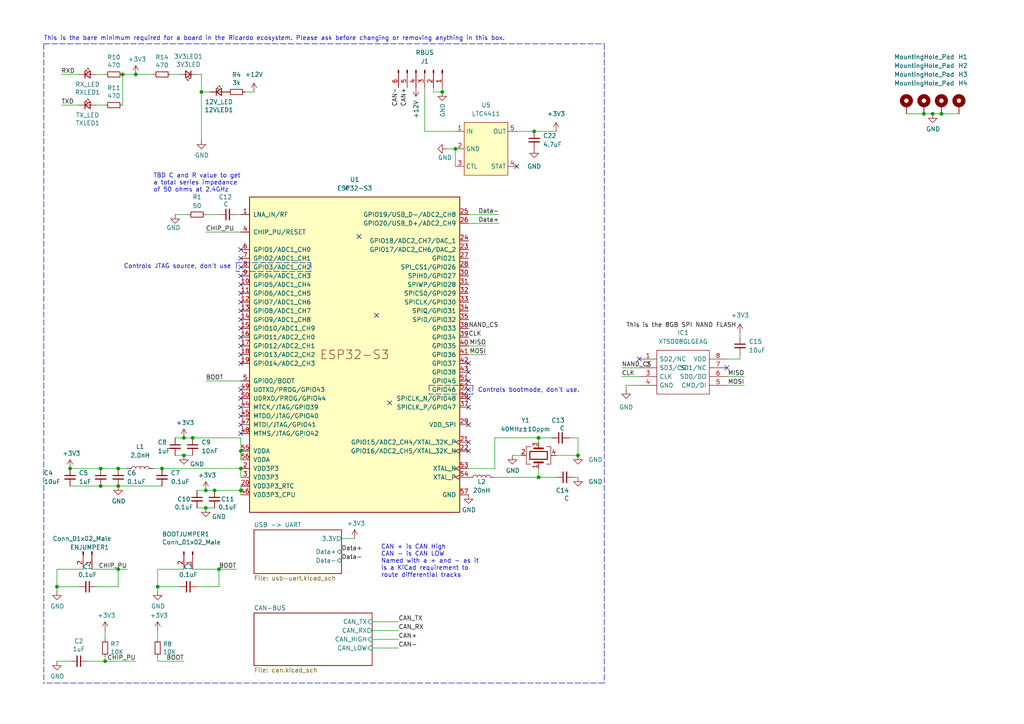
<source format=kicad_sch>
(kicad_sch (version 20211123) (generator eeschema)
  (paper "A4")
  (lib_symbols
    (symbol "Connector:Conn_01x02_Male" (pin_names (offset 1.016) hide)
      (property "Reference" "J" (at 0 2.54 0))
      (property "Value" "Conn_01x02_Male" (at 0 -5.08 0))
      (symbol "Conn_01x02_Male_1_1"
        (polyline (pts (xy 1.27 -2.54) (xy 0.8636 -2.54)) (stroke (width 0.1524)))
        (polyline (pts (xy 1.27 0) (xy 0.8636 0)) (stroke (width 0.1524)))
        (rectangle (start 0.8636 -2.413) (end 0 -2.667) (stroke (width 0.1524)) (fill (type outline)))
        (rectangle (start 0.8636 0.127) (end 0 -0.127) (stroke (width 0.1524)) (fill (type outline)))
        (pin passive line (at 5.08 0 180) (length 3.81) (name "Pin_1") (number "1"))
        (pin passive line (at 5.08 -2.54 180) (length 3.81) (name "Pin_2") (number "2"))
      )
    )
    (symbol "Connector:Conn_01x06_Male" (pin_names (offset 1.016) hide)
      (property "Reference" "J" (at 0 7.62 0))
      (property "Value" "Conn_01x06_Male" (at 0 -10.16 0))
      (symbol "Conn_01x06_Male_1_1"
        (polyline (pts (xy 1.27 -7.62) (xy 0.8636 -7.62)) (stroke (width 0.1524)))
        (polyline (pts (xy 1.27 -5.08) (xy 0.8636 -5.08)) (stroke (width 0.1524)))
        (polyline (pts (xy 1.27 -2.54) (xy 0.8636 -2.54)) (stroke (width 0.1524)))
        (polyline (pts (xy 1.27 0) (xy 0.8636 0)) (stroke (width 0.1524)))
        (polyline (pts (xy 1.27 2.54) (xy 0.8636 2.54)) (stroke (width 0.1524)))
        (polyline (pts (xy 1.27 5.08) (xy 0.8636 5.08)) (stroke (width 0.1524)))
        (rectangle (start 0.8636 -7.493) (end 0 -7.747) (stroke (width 0.1524)) (fill (type outline)))
        (rectangle (start 0.8636 -4.953) (end 0 -5.207) (stroke (width 0.1524)) (fill (type outline)))
        (rectangle (start 0.8636 -2.413) (end 0 -2.667) (stroke (width 0.1524)) (fill (type outline)))
        (rectangle (start 0.8636 0.127) (end 0 -0.127) (stroke (width 0.1524)) (fill (type outline)))
        (rectangle (start 0.8636 2.667) (end 0 2.413) (stroke (width 0.1524)) (fill (type outline)))
        (rectangle (start 0.8636 5.207) (end 0 4.953) (stroke (width 0.1524)) (fill (type outline)))
        (pin passive line (at 5.08 5.08 180) (length 3.81) (name "Pin_1") (number "1"))
        (pin passive line (at 5.08 2.54 180) (length 3.81) (name "Pin_2") (number "2"))
        (pin passive line (at 5.08 0 180) (length 3.81) (name "Pin_3") (number "3"))
        (pin passive line (at 5.08 -2.54 180) (length 3.81) (name "Pin_4") (number "4"))
        (pin passive line (at 5.08 -5.08 180) (length 3.81) (name "Pin_5") (number "5"))
        (pin passive line (at 5.08 -7.62 180) (length 3.81) (name "Pin_6") (number "6"))
      )
    )
    (symbol "Device:C_Small" (pin_numbers hide) (pin_names (offset 0.254) hide)
      (property "Reference" "C" (at 0.254 1.778 0))
      (property "Value" "C_Small" (at 0.254 -2.032 0))
      (symbol "C_Small_0_1"
        (polyline (pts (xy -1.524 -0.508) (xy 1.524 -0.508)) (stroke (width 0.3302)))
        (polyline (pts (xy -1.524 0.508) (xy 1.524 0.508)) (stroke (width 0.3048)))
      )
      (symbol "C_Small_1_1"
        (pin passive line (at 0 2.54 270) (length 2.032) (name "~") (number "1"))
        (pin passive line (at 0 -2.54 90) (length 2.032) (name "~") (number "2"))
      )
    )
    (symbol "Device:Crystal_GND24" (pin_names (offset 1.016) hide)
      (property "Reference" "Y" (at 3.175 5.08 0))
      (property "Value" "Crystal_GND24" (at 3.175 3.175 0))
      (symbol "Crystal_GND24_0_1"
        (rectangle (start -1.143 2.54) (end 1.143 -2.54) (stroke (width 0.3048)))
        (polyline (pts (xy -2.54 0) (xy -2.032 0)))
        (polyline (pts (xy -2.032 -1.27) (xy -2.032 1.27)) (stroke (width 0.508)))
        (polyline (pts (xy 0 -3.81) (xy 0 -3.556)))
        (polyline (pts (xy 0 3.556) (xy 0 3.81)))
        (polyline (pts (xy 2.032 -1.27) (xy 2.032 1.27)) (stroke (width 0.508)))
        (polyline (pts (xy 2.032 0) (xy 2.54 0)))
        (polyline (pts (xy -2.54 -2.286) (xy -2.54 -3.556) (xy 2.54 -3.556) (xy 2.54 -2.286)))
        (polyline (pts (xy -2.54 2.286) (xy -2.54 3.556) (xy 2.54 3.556) (xy 2.54 2.286)))
      )
      (symbol "Crystal_GND24_1_1"
        (pin passive line (at -3.81 0 0) (length 1.27) (name "1") (number "1"))
        (pin passive line (at 0 5.08 270) (length 1.27) (name "2") (number "2"))
        (pin passive line (at 3.81 0 180) (length 1.27) (name "3") (number "3"))
        (pin passive line (at 0 -5.08 90) (length 1.27) (name "4") (number "4"))
      )
    )
    (symbol "Device:L" (pin_numbers hide) (pin_names (offset 1.016) hide)
      (property "Reference" "L" (at -1.27 0 90))
      (property "Value" "L" (at 1.905 0 90))
      (symbol "L_0_1"
        (arc (start 0 -2.54) (mid 0.635 -1.905) (end 0 -1.27))
        (arc (start 0 -1.27) (mid 0.635 -0.635) (end 0 0))
        (arc (start 0 0) (mid 0.635 0.635) (end 0 1.27))
        (arc (start 0 1.27) (mid 0.635 1.905) (end 0 2.54))
      )
      (symbol "L_1_1"
        (pin passive line (at 0 3.81 270) (length 1.27) (name "1") (number "1"))
        (pin passive line (at 0 -3.81 90) (length 1.27) (name "2") (number "2"))
      )
    )
    (symbol "Device:LED_Small" (pin_numbers hide) (pin_names (offset 0.254) hide)
      (property "Reference" "D" (at -1.27 3.175 0))
      (property "Value" "LED_Small" (at -4.445 -2.54 0))
      (symbol "LED_Small_0_1"
        (polyline (pts (xy -0.762 -1.016) (xy -0.762 1.016)) (stroke (width 0.254)))
        (polyline (pts (xy 1.016 0) (xy -0.762 0)))
        (polyline (pts (xy 0.762 -1.016) (xy -0.762 0) (xy 0.762 1.016) (xy 0.762 -1.016)) (stroke (width 0.254)))
        (polyline (pts (xy 0 0.762) (xy -0.508 1.27) (xy -0.254 1.27) (xy -0.508 1.27) (xy -0.508 1.016)))
        (polyline (pts (xy 0.508 1.27) (xy 0 1.778) (xy 0.254 1.778) (xy 0 1.778) (xy 0 1.524)))
      )
      (symbol "LED_Small_1_1"
        (pin passive line (at -2.54 0 0) (length 1.778) (name "K") (number "1"))
        (pin passive line (at 2.54 0 180) (length 1.778) (name "A") (number "2"))
      )
    )
    (symbol "Device:R_Small" (pin_numbers hide) (pin_names (offset 0.254) hide)
      (property "Reference" "R" (at 0.762 0.508 0))
      (property "Value" "R_Small" (at 0.762 -1.016 0))
      (symbol "R_Small_0_1"
        (rectangle (start -0.762 1.778) (end 0.762 -1.778) (stroke (width 0.2032)))
      )
      (symbol "R_Small_1_1"
        (pin passive line (at 0 2.54 270) (length 0.762) (name "~") (number "1"))
        (pin passive line (at 0 -2.54 90) (length 0.762) (name "~") (number "2"))
      )
    )
    (symbol "Espressif:ESP32-S3" (pin_names (offset 1.016))
      (property "Reference" "U" (at 0 48.26 0))
      (property "Value" "ESP32-S3" (at 0 -48.26 0))
      (symbol "ESP32-S3_0_0"
        (text "ESP32-S3" (at 0 0 0) (effects (font (size 2.54 2.54))))
        (pin bidirectional line (at 33.02 -12.7 180) (length 2.54) (name "SPICLK_N/GPIO48") (number "36"))
        (pin bidirectional line (at 33.02 -15.24 180) (length 2.54) (name "SPICLK_P/GPIO47") (number "37"))
      )
      (symbol "ESP32-S3_0_1"
        (rectangle (start -30.48 45.72) (end 30.48 -45.72) (stroke (width 0.254)) (fill (type background)))
      )
      (symbol "ESP32-S3_1_1"
        (pin bidirectional line (at -33.02 40.64 0) (length 2.54) (name "LNA_IN/RF") (number "1"))
        (pin bidirectional line (at -33.02 20.32 0) (length 2.54) (name "GPIO5/ADC1_CH4") (number "10"))
        (pin bidirectional line (at -33.02 17.78 0) (length 2.54) (name "GPIO6/ADC1_CH5") (number "11"))
        (pin bidirectional line (at -33.02 15.24 0) (length 2.54) (name "GPIO7/ADC1_CH6") (number "12"))
        (pin bidirectional line (at -33.02 12.7 0) (length 2.54) (name "GPIO8/ADC1_CH7") (number "13"))
        (pin bidirectional line (at -33.02 10.16 0) (length 2.54) (name "GPIO9/ADC1_CH8") (number "14"))
        (pin bidirectional line (at -33.02 7.62 0) (length 2.54) (name "GPIO10/ADC1_CH9") (number "15"))
        (pin bidirectional line (at -33.02 5.08 0) (length 2.54) (name "GPIO11/ADC2_CH0") (number "16"))
        (pin bidirectional line (at -33.02 2.54 0) (length 2.54) (name "GPIO12/ADC2_CH1") (number "17"))
        (pin bidirectional line (at -33.02 0 0) (length 2.54) (name "GPIO13/ADC2_CH2") (number "18"))
        (pin bidirectional line (at -33.02 -2.54 0) (length 2.54) (name "GPIO14/ADC2_CH3") (number "19"))
        (pin power_in line (at -33.02 -33.02 0) (length 2.54) (name "VDD3P3") (number "2"))
        (pin power_in line (at -33.02 -38.1 0) (length 2.54) (name "VDD3P3_RTC") (number "20"))
        (pin input clock (at 33.02 -25.4 180) (length 2.54) (name "GPIO15/ADC2_CH4/XTAL_32K_P") (number "21"))
        (pin output clock (at 33.02 -27.94 180) (length 2.54) (name "GPIO16/ADC2_CH5/XTAL_32K_N") (number "22"))
        (pin bidirectional line (at 33.02 30.48 180) (length 2.54) (name "GPIO17/ADC2_CH6/DAC_2") (number "23"))
        (pin bidirectional line (at 33.02 33.02 180) (length 2.54) (name "GPIO18/ADC2_CH7/DAC_1") (number "24"))
        (pin bidirectional line (at 33.02 40.64 180) (length 2.54) (name "GPIO19/USB_D-/ADC2_CH8") (number "25"))
        (pin bidirectional line (at 33.02 38.1 180) (length 2.54) (name "GPIO20/USB_D+/ADC2_CH9") (number "26"))
        (pin bidirectional line (at 33.02 27.94 180) (length 2.54) (name "GPIO21") (number "27"))
        (pin bidirectional line (at 33.02 25.4 180) (length 2.54) (name "SPI_CS1/GPIO26") (number "28"))
        (pin power_out line (at 33.02 -20.32 180) (length 2.54) (name "VDD_SPI") (number "29"))
        (pin power_in line (at -33.02 -35.56 0) (length 2.54) (name "VDD3P3") (number "3"))
        (pin bidirectional line (at 33.02 22.86 180) (length 2.54) (name "SPIHD/GPIO27") (number "30"))
        (pin bidirectional line (at 33.02 20.32 180) (length 2.54) (name "SPIWP/GPIO28") (number "31"))
        (pin bidirectional line (at 33.02 17.78 180) (length 2.54) (name "SPICS0/GPIO29") (number "32"))
        (pin bidirectional line (at 33.02 15.24 180) (length 2.54) (name "SPICLK/GPIO30") (number "33"))
        (pin bidirectional line (at 33.02 12.7 180) (length 2.54) (name "SPIQ/GPIO31") (number "34"))
        (pin bidirectional line (at 33.02 10.16 180) (length 2.54) (name "SPID/GPIO32") (number "35"))
        (pin bidirectional line (at 33.02 7.62 180) (length 2.54) (name "GPIO33") (number "38"))
        (pin bidirectional line (at 33.02 5.08 180) (length 2.54) (name "GPIO34") (number "39"))
        (pin input line (at -33.02 35.56 0) (length 2.54) (name "CHIP_PU/RESET") (number "4"))
        (pin bidirectional line (at 33.02 2.54 180) (length 2.54) (name "GPIO35") (number "40"))
        (pin bidirectional line (at 33.02 0 180) (length 2.54) (name "GPIO36") (number "41"))
        (pin bidirectional line (at 33.02 -2.54 180) (length 2.54) (name "GPIO37") (number "42"))
        (pin bidirectional line (at 33.02 -5.08 180) (length 2.54) (name "GPIO38") (number "43"))
        (pin bidirectional line (at -33.02 -15.24 0) (length 2.54) (name "MTCK/JTAG/GPIO39") (number "44"))
        (pin bidirectional line (at -33.02 -17.78 0) (length 2.54) (name "MTDO/JTAG/GPIO40") (number "45"))
        (pin power_in line (at -33.02 -40.64 0) (length 2.54) (name "VDD3P3_CPU") (number "46"))
        (pin bidirectional line (at -33.02 -20.32 0) (length 2.54) (name "MTDI/JTAG/GPIO41") (number "47"))
        (pin bidirectional line (at -33.02 -22.86 0) (length 2.54) (name "MTMS/JTAG/GPIO42") (number "48"))
        (pin bidirectional line (at -33.02 -10.16 0) (length 2.54) (name "U0TXD/PROG/GPIO43") (number "49"))
        (pin bidirectional line (at -33.02 -7.62 0) (length 2.54) (name "GPIO0/BOOT") (number "5"))
        (pin bidirectional line (at -33.02 -12.7 0) (length 2.54) (name "U0RXD/PROG/GPIO44") (number "50"))
        (pin bidirectional line (at 33.02 -7.62 180) (length 2.54) (name "GPIO45") (number "51"))
        (pin bidirectional line (at 33.02 -10.16 180) (length 2.54) (name "GPIO46") (number "52"))
        (pin input clock (at 33.02 -33.02 180) (length 2.54) (name "XTAL_N") (number "53"))
        (pin output clock (at 33.02 -35.56 180) (length 2.54) (name "XTAL_P") (number "54"))
        (pin power_in line (at -33.02 -27.94 0) (length 2.54) (name "VDDA") (number "55"))
        (pin power_in line (at -33.02 -30.48 0) (length 2.54) (name "VDDA") (number "56"))
        (pin power_in line (at 33.02 -40.64 180) (length 2.54) (name "GND") (number "57"))
        (pin bidirectional line (at -33.02 30.48 0) (length 2.54) (name "GPIO1/ADC1_CH0") (number "6"))
        (pin bidirectional line (at -33.02 27.94 0) (length 2.54) (name "GPIO2/ADC1_CH1") (number "7"))
        (pin bidirectional line (at -33.02 25.4 0) (length 2.54) (name "GPIO3/ADC1_CH2") (number "8"))
        (pin bidirectional line (at -33.02 22.86 0) (length 2.54) (name "GPIO4/ADC1_CH3") (number "9"))
      )
    )
    (symbol "Mechanical:MountingHole_Pad" (pin_numbers hide) (pin_names (offset 1.016) hide)
      (property "Reference" "H" (at 0 6.35 0))
      (property "Value" "MountingHole_Pad" (at 0 4.445 0))
      (symbol "MountingHole_Pad_0_1"
        (circle (center 0 1.27) (radius 1.27) (stroke (width 1.27)))
      )
      (symbol "MountingHole_Pad_1_1"
        (pin input line (at 0 -2.54 90) (length 2.54) (name "1") (number "1"))
      )
    )
    (symbol "chest:XTSD08GLGEAG" (pin_names (offset 0.762))
      (property "Reference" "IC" (at 21.59 7.62 0))
      (property "Value" "XTSD08GLGEAG" (at 21.59 5.08 0))
      (symbol "XTSD08GLGEAG_0_0"
        (pin bidirectional line (at 0 0 0) (length 5.08) (name "SD2/NC") (number "1"))
        (pin bidirectional line (at 0 -2.54 0) (length 5.08) (name "SD3/CS") (number "2"))
        (pin input line (at 0 -5.08 0) (length 5.08) (name "CLK") (number "3"))
        (pin power_out line (at 0 -7.62 0) (length 5.08) (name "GND") (number "4"))
        (pin input line (at 25.4 -7.62 180) (length 5.08) (name "CMD/DI") (number "5"))
        (pin output line (at 25.4 -5.08 180) (length 5.08) (name "SD0/DO") (number "6"))
        (pin bidirectional line (at 25.4 -2.54 180) (length 5.08) (name "SD1/NC") (number "7"))
        (pin power_in line (at 25.4 0 180) (length 5.08) (name "VDD") (number "8"))
      )
      (symbol "XTSD08GLGEAG_0_1"
        (polyline (pts (xy 5.08 2.54) (xy 20.32 2.54) (xy 20.32 -10.16) (xy 5.08 -10.16) (xy 5.08 2.54)) (stroke (width 0.1524)))
      )
    )
    (symbol "iclr:LTC4411"
      (property "Reference" "U" (at 0 1.27 0))
      (property "Value" "LTC4411" (at 0 -1.27 0))
      (symbol "LTC4411_0_1"
        (rectangle (start -6.35 -2.54) (end 6.35 -17.78) (fill (type background)))
      )
      (symbol "LTC4411_1_1"
        (pin power_in line (at -8.89 -5.08 0) (length 2.54) (name "IN") (number "1"))
        (pin output line (at -8.89 -10.16 0) (length 2.54) (name "GND") (number "2"))
        (pin input line (at -8.89 -15.24 0) (length 2.54) (name "CTL") (number "3"))
        (pin input line (at 8.89 -15.24 180) (length 2.54) (name "STAT") (number "4"))
        (pin power_out line (at 8.89 -5.08 180) (length 2.54) (name "OUT") (number "5"))
      )
    )
    (symbol "power:+12V" (power) (pin_names (offset 0))
      (property "Value" "+12V" (at 0 3.556 0))
      (symbol "+12V_0_1"
        (polyline (pts (xy -0.762 1.27) (xy 0 2.54)))
        (polyline (pts (xy 0 0) (xy 0 2.54)))
        (polyline (pts (xy 0 2.54) (xy 0.762 1.27)))
      )
      (symbol "+12V_1_1"
        (pin power_in line (at 0 0 90) (length 0) hide (name "+12V") (number "1"))
      )
    )
    (symbol "power:+3.3V" (power) (pin_names (offset 0))
      (property "Value" "+3.3V" (at 0 3.556 0))
      (symbol "+3.3V_0_1"
        (polyline (pts (xy -0.762 1.27) (xy 0 2.54)))
        (polyline (pts (xy 0 0) (xy 0 2.54)))
        (polyline (pts (xy 0 2.54) (xy 0.762 1.27)))
      )
      (symbol "+3.3V_1_1"
        (pin power_in line (at 0 0 90) (length 0) hide (name "+3V3") (number "1"))
      )
    )
    (symbol "power:GND" (power) (pin_names (offset 0))
      (property "Value" "GND" (at 0 -3.81 0))
      (symbol "GND_0_1"
        (polyline (pts (xy 0 0) (xy 0 -1.27) (xy 1.27 -1.27) (xy 0 -2.54) (xy -1.27 -1.27) (xy 0 -1.27)))
      )
      (symbol "GND_1_1"
        (pin power_in line (at 0 0 270) (length 0) hide (name "GND") (number "1"))
      )
    )
  )
  (junction (at 132.08 43.18))
  (junction (at 39.37 21.59))
  (junction (at 59.69 142.24))
  (junction (at 53.34 127))
  (junction (at 58.42 26.67))
  (junction (at 30.48 191.77))
  (junction (at 69.85 142.24))
  (junction (at 55.88 127))
  (junction (at 63.5 165.1))
  (junction (at 59.69 147.32))
  (junction (at 62.23 142.24))
  (junction (at 34.29 135.89))
  (junction (at 20.32 135.89))
  (junction (at 45.72 170.18))
  (junction (at 35.56 21.59))
  (junction (at 29.21 135.89))
  (junction (at 154.94 38.1))
  (junction (at 34.29 140.97))
  (junction (at 156.21 127))
  (junction (at 273.05 33.02))
  (junction (at 53.34 132.08))
  (junction (at 156.21 138.43))
  (junction (at 69.85 130.81))
  (junction (at 29.21 140.97))
  (junction (at 16.51 170.18))
  (junction (at 270.51 33.02))
  (junction (at 267.97 33.02))
  (junction (at 167.64 132.08))
  (junction (at 46.99 135.89))
  (junction (at 128.27 26.67))
  (junction (at 34.29 165.1))
  (junction (at 69.85 135.89))
  (no_connect (at 69.85 95.25))
  (no_connect (at 69.85 120.65))
  (no_connect (at 69.85 97.79))
  (no_connect (at 135.89 107.95))
  (no_connect (at 69.85 118.11))
  (no_connect (at 69.85 115.57))
  (no_connect (at 135.89 128.27))
  (no_connect (at 69.85 80.01))
  (no_connect (at 69.85 102.87))
  (no_connect (at 113.03 116.84))
  (no_connect (at 185.42 104.14))
  (no_connect (at 135.89 115.57))
  (no_connect (at 69.85 113.03))
  (no_connect (at 69.85 125.73))
  (no_connect (at 69.85 72.39))
  (no_connect (at 104.14 68.58))
  (no_connect (at 69.85 82.55))
  (no_connect (at 69.85 90.17))
  (no_connect (at 69.85 123.19))
  (no_connect (at 100.33 54.61))
  (no_connect (at 109.22 91.44))
  (no_connect (at 135.89 130.81))
  (no_connect (at 69.85 77.47))
  (no_connect (at 69.85 74.93))
  (no_connect (at 69.85 85.09))
  (no_connect (at 69.85 100.33))
  (no_connect (at 69.85 92.71))
  (no_connect (at 210.82 106.68))
  (no_connect (at 135.89 118.11))
  (no_connect (at 69.85 87.63))
  (no_connect (at 135.89 105.41))
  (no_connect (at 135.89 113.03))
  (no_connect (at 135.89 110.49))
  (no_connect (at 69.85 105.41))
  (no_connect (at 135.89 123.19))
  (no_connect (at 149.86 48.26))
  (wire (pts (xy 30.48 191.77) (xy 30.48 190.5)))
  (wire (pts (xy 135.89 62.23) (xy 144.78 62.23)))
  (wire (pts (xy 180.34 109.22) (xy 185.42 109.22)))
  (wire (pts (xy 69.85 135.89) (xy 69.85 138.43)))
  (wire (pts (xy 17.78 21.59) (xy 22.86 21.59)))
  (polyline (pts (xy 90.17 78.74) (xy 68.58 78.74)))
  (wire (pts (xy 63.5 170.18) (xy 63.5 165.1)))
  (polyline (pts (xy 68.58 76.2) (xy 68.58 78.74)))
  (wire (pts (xy 60.96 26.67) (xy 58.42 26.67)))
  (wire (pts (xy 16.51 191.77) (xy 20.32 191.77)))
  (wire (pts (xy 107.95 180.34) (xy 115.57 180.34)))
  (wire (pts (xy 128.27 25.4) (xy 128.27 26.67)))
  (wire (pts (xy 160.02 127) (xy 156.21 127)))
  (wire (pts (xy 45.72 165.1) (xy 53.34 165.1)))
  (wire (pts (xy 125.73 26.67) (xy 128.27 26.67)))
  (wire (pts (xy 58.42 21.59) (xy 57.15 21.59)))
  (wire (pts (xy 210.82 111.76) (xy 215.9 111.76)))
  (wire (pts (xy 29.21 135.89) (xy 34.29 135.89)))
  (wire (pts (xy 143.51 138.43) (xy 156.21 138.43)))
  (wire (pts (xy 59.69 110.49) (xy 69.85 110.49)))
  (polyline (pts (xy 12.7 12.7) (xy 12.7 198.12)))
  (wire (pts (xy 267.97 33.02) (xy 262.89 33.02)))
  (wire (pts (xy 16.51 170.18) (xy 16.51 171.45)))
  (wire (pts (xy 180.34 106.68) (xy 185.42 106.68)))
  (wire (pts (xy 57.15 170.18) (xy 63.5 170.18)))
  (polyline (pts (xy 137.16 111.76) (xy 137.16 114.3)))
  (wire (pts (xy 68.58 165.1) (xy 63.5 165.1)))
  (wire (pts (xy 68.58 62.23) (xy 69.85 62.23)))
  (wire (pts (xy 27.94 30.48) (xy 30.48 30.48)))
  (wire (pts (xy 16.51 165.1) (xy 16.51 170.18)))
  (wire (pts (xy 161.29 132.08) (xy 167.64 132.08)))
  (wire (pts (xy 30.48 182.88) (xy 30.48 185.42)))
  (wire (pts (xy 57.15 147.32) (xy 59.69 147.32)))
  (polyline (pts (xy 68.58 76.2) (xy 90.17 76.2)))
  (wire (pts (xy 34.29 135.89) (xy 36.83 135.89)))
  (wire (pts (xy 69.85 142.24) (xy 69.85 143.51)))
  (wire (pts (xy 62.23 142.24) (xy 69.85 142.24)))
  (wire (pts (xy 53.34 132.08) (xy 55.88 132.08)))
  (wire (pts (xy 143.51 135.89) (xy 143.51 127)))
  (wire (pts (xy 156.21 127) (xy 156.21 128.27)))
  (wire (pts (xy 34.29 165.1) (xy 36.83 165.1)))
  (wire (pts (xy 50.8 132.08) (xy 53.34 132.08)))
  (polyline (pts (xy 124.46 111.76) (xy 124.46 114.3)))
  (polyline (pts (xy 12.7 12.7) (xy 175.26 12.7)))
  (wire (pts (xy 44.45 135.89) (xy 46.99 135.89)))
  (wire (pts (xy 69.85 130.81) (xy 69.85 133.35)))
  (wire (pts (xy 22.86 170.18) (xy 16.51 170.18)))
  (wire (pts (xy 132.08 43.18) (xy 132.08 48.26)))
  (wire (pts (xy 27.94 21.59) (xy 30.48 21.59)))
  (wire (pts (xy 181.61 113.03) (xy 181.61 111.76)))
  (wire (pts (xy 50.8 127) (xy 53.34 127)))
  (wire (pts (xy 17.78 30.48) (xy 22.86 30.48)))
  (wire (pts (xy 52.07 170.18) (xy 45.72 170.18)))
  (wire (pts (xy 123.19 25.4) (xy 123.19 38.1)))
  (wire (pts (xy 50.8 62.23) (xy 54.61 62.23)))
  (wire (pts (xy 154.94 38.1) (xy 161.29 38.1)))
  (wire (pts (xy 59.69 62.23) (xy 63.5 62.23)))
  (wire (pts (xy 278.13 33.02) (xy 273.05 33.02)))
  (wire (pts (xy 29.21 140.97) (xy 34.29 140.97)))
  (wire (pts (xy 35.56 21.59) (xy 39.37 21.59)))
  (wire (pts (xy 55.88 127) (xy 69.85 127)))
  (wire (pts (xy 107.95 187.96) (xy 115.57 187.96)))
  (wire (pts (xy 107.95 182.88) (xy 115.57 182.88)))
  (wire (pts (xy 69.85 127) (xy 69.85 130.81)))
  (polyline (pts (xy 137.16 114.3) (xy 124.46 114.3)))
  (wire (pts (xy 135.89 100.33) (xy 140.97 100.33)))
  (wire (pts (xy 55.88 165.1) (xy 63.5 165.1)))
  (wire (pts (xy 125.73 25.4) (xy 125.73 26.67)))
  (wire (pts (xy 25.4 191.77) (xy 30.48 191.77)))
  (wire (pts (xy 273.05 33.02) (xy 270.51 33.02)))
  (wire (pts (xy 135.89 135.89) (xy 143.51 135.89)))
  (wire (pts (xy 45.72 170.18) (xy 45.72 171.45)))
  (wire (pts (xy 45.72 191.77) (xy 45.72 190.5)))
  (wire (pts (xy 49.53 21.59) (xy 52.07 21.59)))
  (wire (pts (xy 148.59 132.08) (xy 151.13 132.08)))
  (wire (pts (xy 58.42 21.59) (xy 58.42 26.67)))
  (wire (pts (xy 161.29 138.43) (xy 156.21 138.43)))
  (wire (pts (xy 181.61 111.76) (xy 185.42 111.76)))
  (wire (pts (xy 59.69 67.31) (xy 69.85 67.31)))
  (wire (pts (xy 149.86 38.1) (xy 154.94 38.1)))
  (wire (pts (xy 53.34 191.77) (xy 45.72 191.77)))
  (wire (pts (xy 58.42 26.67) (xy 58.42 40.64)))
  (wire (pts (xy 123.19 38.1) (xy 132.08 38.1)))
  (wire (pts (xy 156.21 135.89) (xy 156.21 138.43)))
  (wire (pts (xy 34.29 170.18) (xy 34.29 165.1)))
  (polyline (pts (xy 90.17 76.2) (xy 90.17 78.74)))
  (wire (pts (xy 143.51 127) (xy 156.21 127)))
  (wire (pts (xy 214.63 102.87) (xy 214.63 104.14)))
  (wire (pts (xy 99.06 156.21) (xy 102.87 156.21)))
  (wire (pts (xy 167.64 138.43) (xy 166.37 138.43)))
  (wire (pts (xy 20.32 135.89) (xy 29.21 135.89)))
  (wire (pts (xy 135.89 102.87) (xy 140.97 102.87)))
  (wire (pts (xy 214.63 96.52) (xy 214.63 97.79)))
  (wire (pts (xy 167.64 127) (xy 167.64 132.08)))
  (wire (pts (xy 39.37 21.59) (xy 44.45 21.59)))
  (polyline (pts (xy 124.46 111.76) (xy 137.16 111.76)))
  (wire (pts (xy 59.69 147.32) (xy 62.23 147.32)))
  (wire (pts (xy 30.48 191.77) (xy 39.37 191.77)))
  (wire (pts (xy 270.51 33.02) (xy 267.97 33.02)))
  (wire (pts (xy 107.95 185.42) (xy 115.57 185.42)))
  (wire (pts (xy 129.54 43.18) (xy 132.08 43.18)))
  (wire (pts (xy 53.34 127) (xy 55.88 127)))
  (wire (pts (xy 35.56 21.59) (xy 35.56 30.48)))
  (wire (pts (xy 73.66 26.67) (xy 71.12 26.67)))
  (wire (pts (xy 46.99 135.89) (xy 69.85 135.89)))
  (polyline (pts (xy 175.26 12.7) (xy 175.26 198.12)))
  (wire (pts (xy 34.29 140.97) (xy 46.99 140.97)))
  (wire (pts (xy 214.63 104.14) (xy 210.82 104.14)))
  (wire (pts (xy 135.89 64.77) (xy 144.78 64.77)))
  (wire (pts (xy 27.94 170.18) (xy 34.29 170.18)))
  (wire (pts (xy 45.72 165.1) (xy 45.72 170.18)))
  (wire (pts (xy 59.69 142.24) (xy 62.23 142.24)))
  (wire (pts (xy 57.15 142.24) (xy 59.69 142.24)))
  (wire (pts (xy 20.32 140.97) (xy 29.21 140.97)))
  (wire (pts (xy 69.85 142.24) (xy 69.85 140.97)))
  (wire (pts (xy 167.64 127) (xy 165.1 127)))
  (wire (pts (xy 26.67 165.1) (xy 34.29 165.1)))
  (wire (pts (xy 210.82 109.22) (xy 215.9 109.22)))
  (wire (pts (xy 45.72 182.88) (xy 45.72 185.42)))
  (wire (pts (xy 16.51 165.1) (xy 24.13 165.1)))
  (polyline (pts (xy 175.26 198.12) (xy 12.7 198.12)))
  (text "Controls bootmode, don't use.\n" (at 138.5894 113.9757 0) (effects (font (size 1.27 1.27)) (justify left bottom)))
  (text "This is the bare minimum required for a board in the Ricardo ecosystem. Please ask before changing or removing anything in this box.\n\n" (at 12.7 13.97 0) (effects (font (size 1.27 1.27)) (justify left bottom)))
  (text "TBD C and R value to get\na total series impedance\nof 50 ohms at 2.4GHz\n" (at 44.45 55.88 0) (effects (font (size 1.27 1.27)) (justify left bottom)))
  (text "CAN + is CAN High\nCAN - is CAN LOW\nNamed with a + and - as it\nis a KiCad requirement to\nroute differential tracks\n" (at 110.49 167.64 0) (effects (font (size 1.27 1.27)) (justify left bottom)))
  (text "Controls JTAG source, don't use\n" (at 67.0857 78.0878 180) (effects (font (size 1.27 1.27)) (justify right bottom)))
  (label "CHIP_PU" (at 36.83 165.1 180))
  (label "CLK" (at 180.34 109.22 0))
  (label "CAN+" (at 115.57 185.42 0))
  (label "NAND_CS" (at 135.89 95.25 0))
  (label "Data+" (at 99.06 160.02 0))
  (label "This is the 8GB SPI NAND FLASH" (at 181.61 95.25 0))
  (label "Data-" (at 99.06 162.56 0))
  (label "BOOT" (at 53.34 191.77 180))
  (label "CAN-" (at 115.57 25.4 270))
  (label "MOSI" (at 215.9 111.76 180))
  (label "CAN+" (at 118.11 25.4 270))
  (label "CAN_TX" (at 115.57 180.34 0))
  (label "MOSI" (at 140.97 102.87 180))
  (label "BOOT" (at 68.58 165.1 180))
  (label "BOOT" (at 59.69 110.49 0))
  (label "RXD" (at 17.78 21.59 0))
  (label "MISO" (at 215.9 109.22 180))
  (label "CHIP_PU" (at 59.69 67.31 0))
  (label "CAN_RX" (at 115.57 182.88 0))
  (label "Data+" (at 144.78 64.77 180))
  (label "Data-" (at 144.78 62.23 180))
  (label "CAN-" (at 115.57 187.96 0))
  (label "NAND_CS" (at 180.34 106.68 0))
  (label "TXD" (at 17.78 30.48 0))
  (label "MISO" (at 140.97 100.33 180))
  (label "CHIP_PU" (at 39.37 191.77 180))
  (label "CLK" (at 135.89 97.79 0))
  (symbol (lib_id "power:+3.3V") (at 30.48 182.88 0) (unit 1)
    (property "Reference" "#PWR06" (effects hide))
    (property "Value" "+3.3V" (at 30.861 178.4858 0))
  )
  (symbol (lib_id "Device:R_Small") (at 30.48 187.96 0) (unit 1)
    (property "Reference" "R7" (at 31.9786 186.7916 0) (effects (justify left)))
    (property "Value" "10K" (at 31.9786 189.103 0) (effects (justify left)))
    (property "Footprint" "Resistor_SMD:R_0402_1005Metric" (effects hide))
  )
  (symbol (lib_id "Device:C_Small") (at 22.86 191.77 270) (unit 1)
    (property "Reference" "C2" (at 22.86 185.9534 90))
    (property "Value" "1uF" (at 22.86 188.2648 90))
    (property "Footprint" "Capacitor_SMD:C_0402_1005Metric" (effects hide))
  )
  (symbol (lib_id "power:GND") (at 16.51 191.77 0) (unit 1)
    (property "Reference" "#PWR03" (effects hide))
    (property "Value" "GND" (at 16.637 196.1642 0))
  )
  (symbol (lib_id "power:+3.3V") (at 45.72 182.88 0) (unit 1)
    (property "Reference" "#PWR09" (effects hide))
    (property "Value" "+3.3V" (at 46.101 178.4858 0))
  )
  (symbol (lib_id "Device:R_Small") (at 45.72 187.96 0) (unit 1)
    (property "Reference" "R8" (at 47.2186 186.7916 0) (effects (justify left)))
    (property "Value" "10K" (at 47.2186 189.103 0) (effects (justify left)))
    (property "Footprint" "Resistor_SMD:R_0402_1005Metric" (effects hide))
  )
  (symbol (lib_id "power:GND") (at 45.72 171.45 0) (unit 1)
    (property "Reference" "#PWR07" (effects hide))
    (property "Value" "GND" (at 45.847 175.8442 0))
  )
  (symbol (lib_id "Device:C_Small") (at 54.61 170.18 270) (unit 1)
    (property "Reference" "C3" (at 54.61 164.3634 90))
    (property "Value" "0.1uF" (at 54.61 166.6748 90))
    (property "Footprint" "Capacitor_SMD:C_0402_1005Metric" (effects hide))
  )
  (symbol (lib_id "power:GND") (at 16.51 171.45 0) (unit 1)
    (property "Reference" "#PWR02" (effects hide))
    (property "Value" "GND" (at 16.637 175.8442 0))
  )
  (symbol (lib_id "Device:C_Small") (at 25.4 170.18 270) (unit 1)
    (property "Reference" "C1" (at 25.4 164.3634 90))
    (property "Value" "0.1uF" (at 25.4 166.6748 90))
    (property "Footprint" "Capacitor_SMD:C_0402_1005Metric" (effects hide))
  )
  (symbol (lib_id "Device:LED_Small") (at 25.4 30.48 0) (unit 1)
    (property "Reference" "TXLED1" (at 25.4 35.687 0))
    (property "Value" "TX_LED" (at 25.4 33.3756 0))
    (property "Footprint" "Resistor_SMD:R_0402_1005Metric" (effects hide))
  )
  (symbol (lib_id "Device:LED_Small") (at 25.4 21.59 0) (unit 1)
    (property "Reference" "RXLED1" (at 25.4 26.797 0))
    (property "Value" "RX_LED" (at 25.4 24.4856 0))
    (property "Footprint" "LED_SMD:LED_0603_1608Metric" (effects hide))
  )
  (symbol (lib_id "Device:R_Small") (at 33.02 21.59 270) (unit 1)
    (property "Reference" "R10" (at 33.02 16.6116 90))
    (property "Value" "470" (at 33.02 18.923 90))
    (property "Footprint" "Resistor_SMD:R_0402_1005Metric" (effects hide))
  )
  (symbol (lib_id "Device:R_Small") (at 33.02 30.48 270) (unit 1)
    (property "Reference" "R11" (at 33.02 25.5016 90))
    (property "Value" "470" (at 33.02 27.813 90))
    (property "Footprint" "Resistor_SMD:R_0402_1005Metric" (effects hide))
  )
  (symbol (lib_id "power:GND") (at 58.42 40.64 0) (unit 1)
    (property "Reference" "#PWR012" (effects hide))
    (property "Value" "GND" (at 58.547 45.0342 0))
  )
  (symbol (lib_id "power:+3.3V") (at 39.37 21.59 0) (unit 1)
    (property "Reference" "#PWR011" (effects hide))
    (property "Value" "+3.3V" (at 39.751 17.1958 0))
  )
  (symbol (lib_id "Device:LED_Small") (at 54.61 21.59 180) (unit 1)
    (property "Reference" "3V3LED1" (at 54.61 16.383 0))
    (property "Value" "3V3LED" (at 54.61 18.6944 0))
    (property "Footprint" "Resistor_SMD:R_0402_1005Metric" (effects hide))
  )
  (symbol (lib_id "Device:R_Small") (at 46.99 21.59 270) (unit 1)
    (property "Reference" "R14" (at 46.99 16.6116 90))
    (property "Value" "470" (at 46.99 18.923 90))
    (property "Footprint" "Resistor_SMD:R_0402_1005Metric" (effects hide))
  )
  (symbol (lib_id "Connector:Conn_01x02_Male") (at 26.67 160.02 270) (unit 1)
    (property "Reference" "ENJUMPER1" (at 20.32 158.75 90) (effects (justify left)))
    (property "Value" "Conn_01x02_Male" (at 15.24 156.21 90) (effects (justify left)))
    (property "Footprint" "Connector_PinHeader_2.54mm:PinHeader_1x02_P2.54mm_Vertical" (effects hide))
  )
  (symbol (lib_id "Connector:Conn_01x02_Male") (at 55.88 160.02 270) (unit 1)
    (property "Reference" "BOOTJUMPER1" (at 46.99 154.94 90) (effects (justify left)))
    (property "Value" "Conn_01x02_Male" (at 46.99 157.2514 90) (effects (justify left)))
    (property "Footprint" "Connector_PinHeader_2.54mm:PinHeader_1x02_P2.54mm_Vertical" (effects hide))
  )
  (symbol (lib_id "power:+3.3V") (at 102.87 156.21 0) (unit 1)
    (property "Reference" "#PWR0108" (effects hide))
    (property "Value" "+3.3V" (at 103.251 151.8158 0))
  )
  (symbol (lib_id "power:GND") (at 128.27 26.67 0) (unit 1)
    (property "Reference" "#PWR0138" (effects hide))
    (property "Value" "GND" (at 128.397 29.9212 90) (effects (justify right)))
  )
  (symbol (lib_id "Connector:Conn_01x06_Male") (at 123.19 20.32 270) (unit 1)
    (property "Reference" "J1" (at 123.19 17.78 90))
    (property "Value" "RBUS" (at 123.19 15.24 90))
    (property "Footprint" "Connector_Molex:Molex_Mini-Fit_Jr_5566-06A_2x03_P4.20mm_Vertical" (effects hide))
  )
  (symbol (lib_id "Device:LED_Small") (at 63.5 26.67 0) (unit 1)
    (property "Reference" "12VLED1" (at 63.5 31.877 0))
    (property "Value" "12V_LED" (at 63.5 29.5656 0))
    (property "Footprint" "Resistor_SMD:R_0402_1005Metric" (effects hide))
  )
  (symbol (lib_id "Device:R_Small") (at 68.58 26.67 270) (unit 1)
    (property "Reference" "R4" (at 68.58 21.6916 90))
    (property "Value" "3k" (at 68.58 24.003 90))
    (property "Footprint" "Resistor_SMD:R_0402_1005Metric" (effects hide))
  )
  (symbol (lib_id "Device:C_Small") (at 214.63 100.33 0) (unit 1)
    (property "Reference" "C15" (at 217.17 99.0662 0) (effects (justify left)))
    (property "Value" "10uF" (at 217.17 101.6062 0) (effects (justify left)))
    (property "Footprint" "Capacitor_SMD:C_0402_1005Metric" (effects hide))
  )
  (symbol (lib_id "power:GND") (at 167.64 132.08 0) (unit 1)
    (property "Reference" "#PWR0110" (effects hide))
    (property "Value" "GND" (at 172.72 133.35 0))
  )
  (symbol (lib_id "power:GND") (at 34.29 140.97 0) (unit 1)
    (property "Reference" "#PWR0106" (effects hide))
    (property "Value" "GND" (at 34.417 145.3642 0))
  )
  (symbol (lib_id "Device:C_Small") (at 55.88 129.54 0) (unit 1)
    (property "Reference" "C9" (at 58.42 128.2762 0) (effects (justify left)))
    (property "Value" "10nF" (at 58.42 130.8162 0) (effects (justify left)))
    (property "Footprint" "Capacitor_SMD:C_0402_1005Metric" (effects hide))
  )
  (symbol (lib_id "power:+3.3V") (at 53.34 127 0) (unit 1)
    (property "Reference" "#PWR0101" (effects hide))
    (property "Value" "+3.3V" (at 53.721 122.6058 0))
  )
  (symbol (lib_id "Mechanical:MountingHole_Pad") (at 267.97 30.48 0) (unit 1)
    (property "Reference" "H2" (at 280.67 19.05 0) (effects (justify right)))
    (property "Value" "MountingHole_Pad" (at 276.86 21.59 0) (effects (justify right)))
    (property "Footprint" "MountingHole:MountingHole_3.2mm_M3_DIN965_Pad" (effects hide))
  )
  (symbol (lib_id "Device:C_Small") (at 50.8 129.54 0) (unit 1)
    (property "Reference" "C8" (at 45.72 128.27 0) (effects (justify left)))
    (property "Value" "1uF" (at 45.72 130.81 0) (effects (justify left)))
    (property "Footprint" "Capacitor_SMD:C_0402_1005Metric" (effects hide))
  )
  (symbol (lib_id "iclr:LTC4411") (at 140.97 33.02 0) (unit 1)
    (property "Reference" "U5" (at 140.97 30.48 0))
    (property "Value" "LTC4411" (at 140.97 33.02 0))
    (property "Footprint" "Package_TO_SOT_SMD:SOT-23-5" (effects hide))
  )
  (symbol (lib_id "power:+12V") (at 73.66 26.67 0) (unit 1)
    (property "Reference" "#PWR0104" (effects hide))
    (property "Value" "+12V" (at 73.66 21.59 0))
  )
  (symbol (lib_id "power:GND") (at 154.94 43.18 0) (unit 1)
    (property "Reference" "#PWR0140" (effects hide))
    (property "Value" "GND" (at 154.94 48.26 0))
  )
  (symbol (lib_id "Mechanical:MountingHole_Pad") (at 278.13 30.48 0) (unit 1)
    (property "Reference" "H4" (at 280.67 24.13 0) (effects (justify right)))
    (property "Value" "MountingHole_Pad" (at 276.86 16.51 0) (effects (justify right)))
    (property "Footprint" "MountingHole:MountingHole_3.2mm_M3_DIN965_Pad" (effects hide))
  )
  (symbol (lib_id "power:GND") (at 59.69 147.32 0) (unit 1)
    (property "Reference" "#PWR0112" (effects hide))
    (property "Value" "GND" (at 63.5 149.86 0))
  )
  (symbol (lib_id "power:+12V") (at 120.65 25.4 180) (unit 1)
    (property "Reference" "#PWR0116" (effects hide))
    (property "Value" "+12V" (at 120.65 31.75 90))
  )
  (symbol (lib_id "power:+3.3V") (at 214.63 96.52 0) (unit 1)
    (property "Reference" "#PWR0115" (effects hide))
    (property "Value" "+3.3V" (at 214.63 91.44 0))
  )
  (symbol (lib_id "Device:C_Small") (at 20.32 138.43 0) (unit 1)
    (property "Reference" "C4" (at 12.7 137.16 0) (effects (justify left)))
    (property "Value" "10uF" (at 12.7 139.7 0) (effects (justify left)))
    (property "Footprint" "Capacitor_SMD:C_0402_1005Metric" (effects hide))
  )
  (symbol (lib_id "power:GND") (at 129.54 43.18 270) (unit 1)
    (property "Reference" "#PWR0148" (effects hide))
    (property "Value" "GND" (at 127 45.72 90) (effects (justify left)))
  )
  (symbol (lib_id "Device:C_Small") (at 57.15 144.78 0) (unit 1)
    (property "Reference" "C10" (at 53.34 144.78 0))
    (property "Value" "0.1uF" (at 53.34 147.0914 0))
    (property "Footprint" "Capacitor_SMD:C_0402_1005Metric" (effects hide))
  )
  (symbol (lib_id "Device:C_Small") (at 163.83 138.43 90) (unit 1)
    (property "Reference" "C14" (at 165.1 142.24 90) (effects (justify left)))
    (property "Value" "C" (at 165.1 144.5514 90) (effects (justify left)))
    (property "Footprint" "Capacitor_SMD:C_0603_1608Metric" (effects hide))
  )
  (symbol (lib_id "power:GND") (at 167.64 138.43 0) (unit 1)
    (property "Reference" "#PWR0111" (effects hide))
    (property "Value" "GND" (at 172.72 139.7 0))
  )
  (symbol (lib_id "Device:C_Small") (at 154.94 40.64 0) (unit 1)
    (property "Reference" "C22" (at 157.48 39.3762 0) (effects (justify left)))
    (property "Value" "4.7uF" (at 157.48 41.9162 0) (effects (justify left)))
    (property "Footprint" "Capacitor_SMD:C_0603_1608Metric" (effects hide))
  )
  (symbol (lib_id "Device:C_Small") (at 34.29 138.43 0) (unit 1)
    (property "Reference" "C6" (at 36.83 137.1662 0) (effects (justify left)))
    (property "Value" "0.1uF" (at 36.83 139.7062 0) (effects (justify left)))
    (property "Footprint" "Capacitor_SMD:C_0402_1005Metric" (effects hide))
  )
  (symbol (lib_id "power:GND") (at 53.34 132.08 0) (unit 1)
    (property "Reference" "#PWR0105" (effects hide))
    (property "Value" "GND" (at 57.15 134.62 0))
  )
  (symbol (lib_id "power:GND") (at 181.61 113.03 0) (unit 1)
    (property "Reference" "#PWR0114" (effects hide))
    (property "Value" "GND" (at 181.61 118.11 0))
  )
  (symbol (lib_id "Mechanical:MountingHole_Pad") (at 262.89 30.48 0) (unit 1)
    (property "Reference" "H1" (at 280.67 16.51 0) (effects (justify right)))
    (property "Value" "MountingHole_Pad" (at 276.86 24.13 0) (effects (justify right)))
    (property "Footprint" "MountingHole:MountingHole_3.2mm_M3_DIN965_Pad" (effects hide))
  )
  (symbol (lib_id "Device:C_Small") (at 62.23 144.78 0) (unit 1)
    (property "Reference" "C11" (at 66.04 144.78 0))
    (property "Value" "0.1uF" (at 66.04 147.0914 0))
    (property "Footprint" "Capacitor_SMD:C_0402_1005Metric" (effects hide))
  )
  (symbol (lib_id "Device:C_Small") (at 162.56 127 90) (unit 1)
    (property "Reference" "C13" (at 163.83 121.92 90) (effects (justify left)))
    (property "Value" "C" (at 163.83 124.2314 90) (effects (justify left)))
    (property "Footprint" "Capacitor_SMD:C_0603_1608Metric" (effects hide))
  )
  (symbol (lib_id "power:GND") (at 148.59 132.08 0) (unit 1)
    (property "Reference" "#PWR0113" (effects hide))
    (property "Value" "GND" (at 148.717 136.4742 0))
  )
  (symbol (lib_id "Device:L") (at 139.7 138.43 90) (unit 1)
    (property "Reference" "L2" (at 139.7 139.7 90))
    (property "Value" "20nH" (at 139.7 142.24 90))
  )
  (symbol (lib_id "power:+3.3V") (at 59.69 142.24 0) (unit 1)
    (property "Reference" "#PWR0103" (effects hide))
    (property "Value" "+3.3V" (at 60.071 137.8458 0))
  )
  (symbol (lib_id "Device:C_Small") (at 66.04 62.23 90) (unit 1)
    (property "Reference" "C12" (at 67.31 57.15 90) (effects (justify left)))
    (property "Value" "C" (at 66.2934 59.2481 90) (effects (justify left)))
    (property "Footprint" "Capacitor_SMD:C_0603_1608Metric" (effects hide))
  )
  (symbol (lib_id "Device:L") (at 40.64 135.89 90) (unit 1)
    (property "Reference" "L1" (at 40.64 129.54 90))
    (property "Value" "2.0nH" (at 40.64 132.08 90))
  )
  (symbol (lib_id "power:+3.3V") (at 20.32 135.89 0) (unit 1)
    (property "Reference" "#PWR0107" (effects hide))
    (property "Value" "+3.3V" (at 20.701 131.4958 0))
  )
  (symbol (lib_id "Espressif:ESP32-S3") (at 102.87 102.87 0) (unit 1)
    (property "Reference" "U1" (at 102.87 52.07 0))
    (property "Value" "ESP32-S3" (at 102.87 54.61 0))
    (property "Footprint" "Package_DFN_QFN:QFN-56-1EP_7x7mm_P0.4mm_EP5.6x5.6mm" (effects hide))
    (property "Datasheet" "https://www.espressif.com/sites/default/files/documentation/esp32-s3_datasheet_en.pdf" (effects hide))
  )
  (symbol (lib_id "Mechanical:MountingHole_Pad") (at 273.05 30.48 0) (unit 1)
    (property "Reference" "H3" (at 280.67 21.59 0) (effects (justify right)))
    (property "Value" "MountingHole_Pad" (at 276.86 19.05 0) (effects (justify right)))
    (property "Footprint" "MountingHole:MountingHole_3.2mm_M3_DIN965_Pad" (effects hide))
  )
  (symbol (lib_id "power:+3.3V") (at 161.29 38.1 0) (unit 1)
    (property "Reference" "#PWR0147" (effects hide))
    (property "Value" "+3.3V" (at 161.29 33.02 0))
  )
  (symbol (lib_id "power:GND") (at 270.51 33.02 0) (unit 1)
    (property "Reference" "#PWR0123" (effects hide))
    (property "Value" "GND" (at 270.637 37.4142 0))
  )
  (symbol (lib_id "Device:Crystal_GND24") (at 156.21 132.08 90) (unit 1)
    (property "Reference" "Y1" (at 152.4 121.92 90))
    (property "Value" "40MHz±10ppm" (at 152.4 124.46 90))
    (property "Footprint" "Crystal:Crystal_SMD_2016-4Pin_2.0x1.6mm" (effects hide))
  )
  (symbol (lib_id "Device:C_Small") (at 29.21 138.43 0) (unit 1)
    (property "Reference" "C5" (at 22.86 137.16 0) (effects (justify left)))
    (property "Value" "1uF" (at 22.86 139.7 0) (effects (justify left)))
    (property "Footprint" "Capacitor_SMD:C_0402_1005Metric" (effects hide))
  )
  (symbol (lib_id "power:GND") (at 135.89 143.51 0) (unit 1)
    (property "Reference" "#PWR0109" (effects hide))
    (property "Value" "GND" (at 136.017 147.9042 0))
  )
  (symbol (lib_id "chest:XTSD08GLGEAG") (at 185.42 104.14 0) (unit 1)
    (property "Reference" "IC1" (at 198.12 96.52 0))
    (property "Value" "XTSD08GLGEAG" (at 198.12 99.06 0))
    (property "Footprint" "chest:SON127P800X600X95-8N" (effects hide))
    (property "Datasheet" "https://datasheet.lcsc.com/szlcsc/2005251034_XTX-XTSD08GLGEAG_C558840.pdf" (effects hide))
    (property "Description" "XTSD01G/XTSD02G/XTSD04G/XTSD08G SD NAND LGA8" (effects hide))
    (property "Height" "0.95" (effects hide))
    (property "Manufacturer_Name" "XTX" (effects hide))
    (property "Manufacturer_Part_Number" "XTSD08GLGEAG" (effects hide))
  )
  (symbol (lib_id "power:GND") (at 50.8 62.23 0) (unit 1)
    (property "Reference" "#PWR0102" (effects hide))
    (property "Value" "GND" (at 48.26 66.04 0) (effects (justify left)))
  )
  (symbol (lib_id "Device:R_Small") (at 57.15 62.23 90) (unit 1)
    (property "Reference" "R1" (at 57.15 57.15 90))
    (property "Value" "50" (at 57.15 59.69 90))
  )
  (symbol (lib_id "Device:C_Small") (at 46.99 138.43 0) (unit 1)
    (property "Reference" "C7" (at 49.53 137.1662 0) (effects (justify left)))
    (property "Value" "0.1uF" (at 49.53 139.7062 0) (effects (justify left)))
    (property "Footprint" "Capacitor_SMD:C_0402_1005Metric" (effects hide))
  )
  (sheet (at 73.66 153.67) (size 25.4 12.7)
    (property "Sheet name" "USB -> UART" (at 73.66 152.9584 0) (effects (justify left bottom)))
    (property "Sheet file" "usb-uart.kicad_sch" (at 73.66 166.9546 0) (effects (justify left top)))
    (pin "3.3V" output (at 99.06 156.21 0))
    (pin "Data+" bidirectional (at 99.06 160.02 0))
    (pin "Data-" bidirectional (at 99.06 162.56 0))
  )
  (sheet (at 73.66 177.8) (size 34.29 15.24)
    (property "Sheet name" "CAN-BUS" (at 73.66 177.0884 0) (effects (justify left bottom)))
    (property "Sheet file" "can.kicad_sch" (at 73.66 193.6246 0) (effects (justify left top)))
    (pin "CAN_TX" input (at 107.95 180.34 0))
    (pin "CAN_RX" output (at 107.95 182.88 0))
    (pin "CAN_HIGH" input (at 107.95 185.42 0))
    (pin "CAN_LOW" input (at 107.95 187.96 0))
  )
)
</source>
